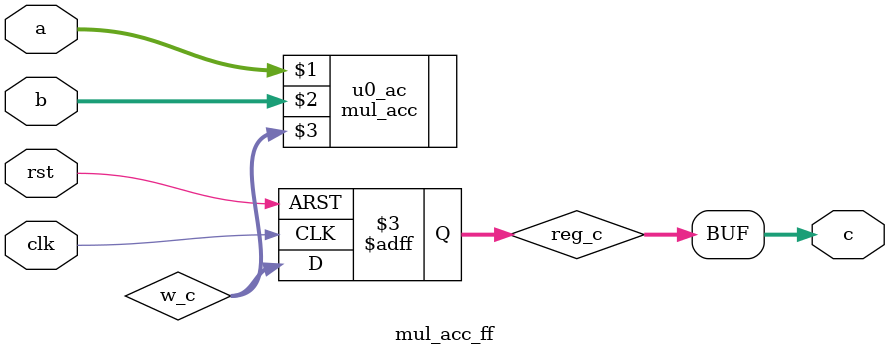
<source format=v>
`timescale 1ns/1ps

module mul_acc_ff(
 clk,
 rst,
 a,
 b,
 c
);

//parameter BT_RND = 0
parameter NAB = 0;
parameter BWOP = 32;

input clk;
input rst;
input [BWOP-1:0] a;
input [BWOP-1:0] b;
output [BWOP-1:0] c;

reg [BWOP-1:0]  reg_c;
wire [BWOP-1:0]  w_c;
mul_acc #(BWOP, NAB) u0_ac (a, b, w_c);

always @(posedge clk or negedge rst)
begin
  if (~rst)
  begin
    reg_c <= #1 0;
  end
  else 
  begin
    reg_c <= #1 w_c;
  end
end

assign c = reg_c;

endmodule


</source>
